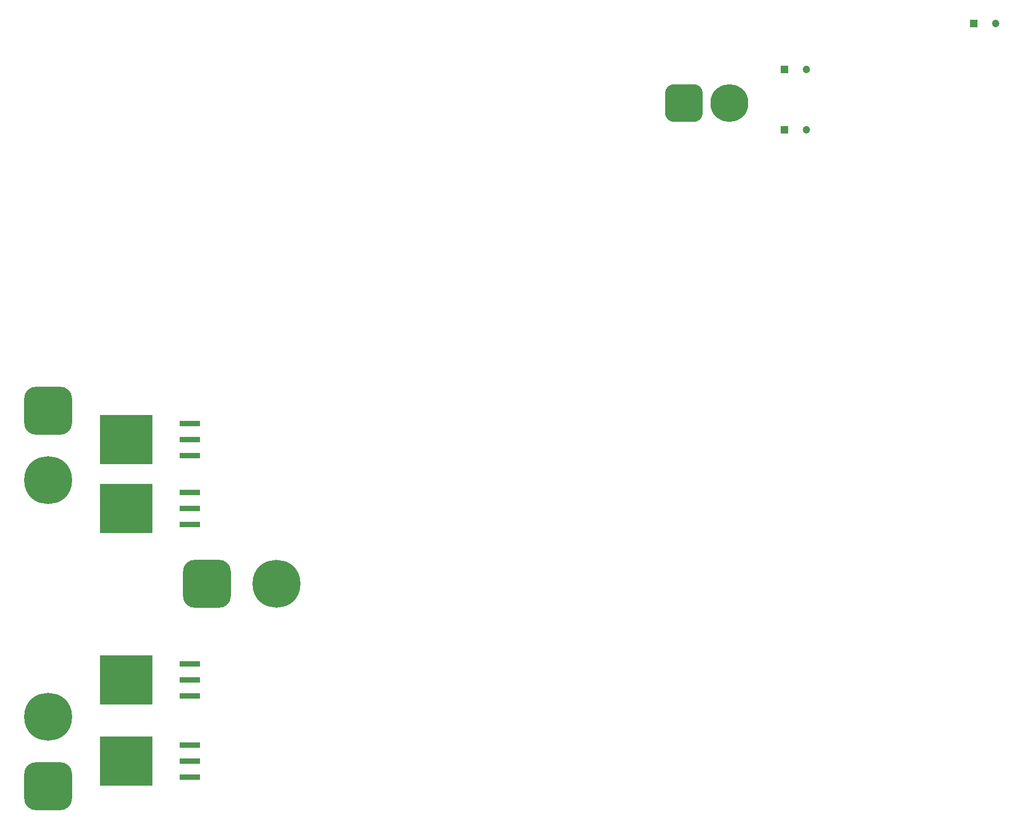
<source format=gbs>
G04 #@! TF.GenerationSoftware,KiCad,Pcbnew,7.0.1*
G04 #@! TF.CreationDate,2023-04-06T04:35:05-07:00*
G04 #@! TF.ProjectId,rps01,72707330-312e-46b6-9963-61645f706362,0*
G04 #@! TF.SameCoordinates,Original*
G04 #@! TF.FileFunction,Soldermask,Bot*
G04 #@! TF.FilePolarity,Negative*
%FSLAX46Y46*%
G04 Gerber Fmt 4.6, Leading zero omitted, Abs format (unit mm)*
G04 Created by KiCad (PCBNEW 7.0.1) date 2023-04-06 04:35:05*
%MOMM*%
%LPD*%
G01*
G04 APERTURE LIST*
G04 Aperture macros list*
%AMRoundRect*
0 Rectangle with rounded corners*
0 $1 Rounding radius*
0 $2 $3 $4 $5 $6 $7 $8 $9 X,Y pos of 4 corners*
0 Add a 4 corners polygon primitive as box body*
4,1,4,$2,$3,$4,$5,$6,$7,$8,$9,$2,$3,0*
0 Add four circle primitives for the rounded corners*
1,1,$1+$1,$2,$3*
1,1,$1+$1,$4,$5*
1,1,$1+$1,$6,$7*
1,1,$1+$1,$8,$9*
0 Add four rect primitives between the rounded corners*
20,1,$1+$1,$2,$3,$4,$5,0*
20,1,$1+$1,$4,$5,$6,$7,0*
20,1,$1+$1,$6,$7,$8,$9,0*
20,1,$1+$1,$8,$9,$2,$3,0*%
G04 Aperture macros list end*
%ADD10RoundRect,1.900000X1.900000X-1.900000X1.900000X1.900000X-1.900000X1.900000X-1.900000X-1.900000X0*%
%ADD11C,7.600000*%
%ADD12R,1.200000X1.200000*%
%ADD13C,1.200000*%
%ADD14RoundRect,1.900000X-1.900000X1.900000X-1.900000X-1.900000X1.900000X-1.900000X1.900000X1.900000X0*%
%ADD15RoundRect,1.900000X-1.900000X-1.900000X1.900000X-1.900000X1.900000X1.900000X-1.900000X1.900000X0*%
%ADD16RoundRect,1.500000X-1.500000X-1.500000X1.500000X-1.500000X1.500000X1.500000X-1.500000X1.500000X0*%
%ADD17C,6.000000*%
%ADD18R,3.251200X0.812800*%
%ADD19R,8.305800X7.874000*%
G04 APERTURE END LIST*
D10*
X22750000Y-88000000D03*
D11*
X22750000Y-77000000D03*
D12*
X139297500Y16090000D03*
D13*
X142797500Y16090000D03*
D14*
X22750000Y-28500000D03*
D11*
X22750000Y-39500000D03*
D12*
X139297500Y25640000D03*
D13*
X142797500Y25640000D03*
D15*
X47840000Y-55880000D03*
D11*
X58840000Y-55880000D03*
D12*
X169252500Y32920000D03*
D13*
X172752500Y32920000D03*
D16*
X123400000Y20320000D03*
D17*
X130600000Y20320000D03*
D18*
X45172200Y-41460000D03*
X45172200Y-44000000D03*
X45172200Y-46540000D03*
D19*
X35050300Y-44000000D03*
D18*
X45172200Y-30480000D03*
X45172200Y-33020000D03*
X45172200Y-35560000D03*
D19*
X35050300Y-33020000D03*
D18*
X45172200Y-68580000D03*
X45172200Y-71120000D03*
X45172200Y-73660000D03*
D19*
X35050300Y-71120000D03*
D18*
X45172200Y-81460000D03*
X45172200Y-84000000D03*
X45172200Y-86540000D03*
D19*
X35050300Y-84000000D03*
M02*

</source>
